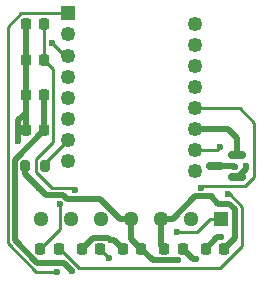
<source format=gbr>
%TF.GenerationSoftware,KiCad,Pcbnew,8.0.7*%
%TF.CreationDate,2025-02-24T15:42:19+09:00*%
%TF.ProjectId,pmw3610_breakout,706d7733-3631-4305-9f62-7265616b6f75,rev?*%
%TF.SameCoordinates,Original*%
%TF.FileFunction,Copper,L2,Bot*%
%TF.FilePolarity,Positive*%
%FSLAX46Y46*%
G04 Gerber Fmt 4.6, Leading zero omitted, Abs format (unit mm)*
G04 Created by KiCad (PCBNEW 8.0.7) date 2025-02-24 15:42:19*
%MOMM*%
%LPD*%
G01*
G04 APERTURE LIST*
G04 Aperture macros list*
%AMRoundRect*
0 Rectangle with rounded corners*
0 $1 Rounding radius*
0 $2 $3 $4 $5 $6 $7 $8 $9 X,Y pos of 4 corners*
0 Add a 4 corners polygon primitive as box body*
4,1,4,$2,$3,$4,$5,$6,$7,$8,$9,$2,$3,0*
0 Add four circle primitives for the rounded corners*
1,1,$1+$1,$2,$3*
1,1,$1+$1,$4,$5*
1,1,$1+$1,$6,$7*
1,1,$1+$1,$8,$9*
0 Add four rect primitives between the rounded corners*
20,1,$1+$1,$2,$3,$4,$5,0*
20,1,$1+$1,$4,$5,$6,$7,0*
20,1,$1+$1,$6,$7,$8,$9,0*
20,1,$1+$1,$8,$9,$2,$3,0*%
G04 Aperture macros list end*
%TA.AperFunction,ComponentPad*%
%ADD10RoundRect,0.187500X-0.437500X0.437500X-0.437500X-0.437500X0.437500X-0.437500X0.437500X0.437500X0*%
%TD*%
%TA.AperFunction,ComponentPad*%
%ADD11O,1.250000X1.250000*%
%TD*%
%TA.AperFunction,ComponentPad*%
%ADD12R,1.300000X1.300000*%
%TD*%
%TA.AperFunction,ComponentPad*%
%ADD13O,1.300000X1.300000*%
%TD*%
%TA.AperFunction,SMDPad,CuDef*%
%ADD14RoundRect,0.225000X0.225000X0.250000X-0.225000X0.250000X-0.225000X-0.250000X0.225000X-0.250000X0*%
%TD*%
%TA.AperFunction,SMDPad,CuDef*%
%ADD15RoundRect,0.150000X0.587500X0.150000X-0.587500X0.150000X-0.587500X-0.150000X0.587500X-0.150000X0*%
%TD*%
%TA.AperFunction,SMDPad,CuDef*%
%ADD16RoundRect,0.200000X0.200000X0.275000X-0.200000X0.275000X-0.200000X-0.275000X0.200000X-0.275000X0*%
%TD*%
%TA.AperFunction,ViaPad*%
%ADD17C,0.600000*%
%TD*%
%TA.AperFunction,Conductor*%
%ADD18C,0.500000*%
%TD*%
%TA.AperFunction,Conductor*%
%ADD19C,0.250000*%
%TD*%
G04 APERTURE END LIST*
D10*
%TO.P,U2,1,+VCSEL*%
%TO.N,Net-(U2-+VCSEL)*%
X130650000Y-81100000D03*
D11*
%TO.P,U2,2,SDIO*%
%TO.N,SDIO*%
X130650000Y-82880000D03*
%TO.P,U2,3,SCLK*%
%TO.N,SCLK*%
X130650000Y-84660000D03*
%TO.P,U2,4,NC*%
%TO.N,unconnected-(U2-NC-Pad4)*%
X130650000Y-86440000D03*
%TO.P,U2,5,NCS*%
%TO.N,NCS*%
X130650000Y-88220000D03*
%TO.P,U2,6,VDDIO*%
%TO.N,VCC*%
X130650000Y-90000000D03*
%TO.P,U2,7,NRESET*%
%TO.N,Net-(U2-NRESET)*%
X130650000Y-91780000D03*
%TO.P,U2,8,MOTION*%
%TO.N,MOTION*%
X130650000Y-93560000D03*
%TO.P,U2,9,VCP*%
%TO.N,Net-(U2-VCP)*%
X141350000Y-94450000D03*
%TO.P,U2,10,PASS_T*%
%TO.N,Net-(U2-+VCSEL)*%
X141350000Y-92670000D03*
%TO.P,U2,11,GND*%
%TO.N,GND*%
X141350000Y-90890000D03*
%TO.P,U2,12,CP*%
%TO.N,Net-(U2-CP)*%
X141350000Y-89110000D03*
%TO.P,U2,13,CN*%
%TO.N,Net-(U2-CN)*%
X141350000Y-87330000D03*
%TO.P,U2,14,VDD*%
%TO.N,+1V9*%
X141350000Y-85550000D03*
%TO.P,U2,15,XYLASER*%
%TO.N,Net-(U2--VCSEL)*%
X141350000Y-83770000D03*
%TO.P,U2,16,-VCSEL*%
X141350000Y-81990000D03*
%TD*%
D12*
%TO.P,J1,1,Pin_1*%
%TO.N,SCLK*%
X143620000Y-98500000D03*
D13*
%TO.P,J1,2,Pin_2*%
%TO.N,NCS*%
X141080000Y-98500000D03*
%TO.P,J1,3,Pin_3*%
%TO.N,GND*%
X138540000Y-98500000D03*
%TO.P,J1,4,Pin_4*%
%TO.N,VCC*%
X136000000Y-98500000D03*
%TO.P,J1,5,Pin_5*%
%TO.N,N/C*%
X133460000Y-98500000D03*
%TO.P,J1,6,Pin_6*%
%TO.N,SDIO*%
X130920000Y-98500000D03*
%TO.P,J1,7,Pin_6*%
%TO.N,MOTION*%
X128380000Y-98500000D03*
%TD*%
D14*
%TO.P,C2,1*%
%TO.N,+1V9*%
X140325000Y-101000000D03*
%TO.P,C2,2*%
%TO.N,GND*%
X138775000Y-101000000D03*
%TD*%
%TO.P,C7,1*%
%TO.N,Net-(U2-VCP)*%
X128600000Y-85000000D03*
%TO.P,C7,2*%
%TO.N,GND*%
X127050000Y-85000000D03*
%TD*%
%TO.P,C5,1*%
%TO.N,Net-(U2-CN)*%
X129825000Y-101000000D03*
%TO.P,C5,2*%
%TO.N,Net-(U2-CP)*%
X128275000Y-101000000D03*
%TD*%
%TO.P,C1,1*%
%TO.N,GND*%
X143825000Y-101000000D03*
%TO.P,C1,2*%
%TO.N,VCC*%
X142275000Y-101000000D03*
%TD*%
%TO.P,C9,1*%
%TO.N,+1V9*%
X128600000Y-91000000D03*
%TO.P,C9,2*%
%TO.N,GND*%
X127050000Y-91000000D03*
%TD*%
D15*
%TO.P,U1,1,GND*%
%TO.N,GND*%
X144937500Y-93050000D03*
%TO.P,U1,2,VO*%
%TO.N,+1V9*%
X144937500Y-94950000D03*
%TO.P,U1,3,VI*%
%TO.N,VCC*%
X143062500Y-94000000D03*
%TD*%
D14*
%TO.P,C8,1*%
%TO.N,+1V9*%
X128600000Y-88000000D03*
%TO.P,C8,2*%
%TO.N,GND*%
X127050000Y-88000000D03*
%TD*%
%TO.P,C6,1*%
%TO.N,Net-(U2-VCP)*%
X128600000Y-82000000D03*
%TO.P,C6,2*%
%TO.N,GND*%
X127050000Y-82000000D03*
%TD*%
%TO.P,C4,1*%
%TO.N,Net-(U2-+VCSEL)*%
X133325000Y-101000000D03*
%TO.P,C4,2*%
%TO.N,GND*%
X131775000Y-101000000D03*
%TD*%
%TO.P,C3,1*%
%TO.N,VCC*%
X136825000Y-101000000D03*
%TO.P,C3,2*%
%TO.N,GND*%
X135275000Y-101000000D03*
%TD*%
D16*
%TO.P,R1,1*%
%TO.N,Net-(U2-NRESET)*%
X128650000Y-94000000D03*
%TO.P,R1,2*%
%TO.N,VCC*%
X127000000Y-94000000D03*
%TD*%
D17*
%TO.N,VCC*%
X139897300Y-102005500D03*
X143571500Y-99996600D03*
X144786300Y-94126600D03*
X128165200Y-95839900D03*
%TO.N,GND*%
X134225700Y-100246100D03*
X126416900Y-91894700D03*
X142725100Y-96595900D03*
%TO.N,+1V9*%
X145681100Y-94000000D03*
X130935400Y-102884900D03*
X141444700Y-101864200D03*
%TO.N,Net-(U2-+VCSEL)*%
X143492800Y-92441900D03*
X134112300Y-101787300D03*
X129686600Y-102965600D03*
%TO.N,Net-(U2-CP)*%
X129928300Y-97201600D03*
X141882400Y-95840600D03*
%TO.N,Net-(U2-CN)*%
X144153500Y-96412300D03*
%TO.N,Net-(U2-VCP)*%
X131224900Y-96031200D03*
%TO.N,SCLK*%
X139884000Y-99625400D03*
X129248700Y-83567000D03*
%TD*%
D18*
%TO.N,VCC*%
X128775200Y-96449900D02*
X128165200Y-95839900D01*
X127000000Y-94674700D02*
X127000000Y-94000000D01*
X144659700Y-94000000D02*
X144786300Y-94126600D01*
X143062500Y-94000000D02*
X144659700Y-94000000D01*
X143571500Y-99996600D02*
X143278400Y-99996600D01*
X130239700Y-96449900D02*
X128775200Y-96449900D01*
X136825000Y-101000000D02*
X136000000Y-100175000D01*
X136825000Y-101000000D02*
X137830500Y-102005500D01*
X130572700Y-96782900D02*
X130239700Y-96449900D01*
X136000000Y-100175000D02*
X136000000Y-98500000D01*
X136000000Y-98500000D02*
X135038300Y-98500000D01*
X137830500Y-102005500D02*
X139897300Y-102005500D01*
X128165200Y-95839900D02*
X127000000Y-94674700D01*
X133321200Y-96782900D02*
X130572700Y-96782900D01*
X143278400Y-99996600D02*
X142275000Y-101000000D01*
X135038300Y-98500000D02*
X133321200Y-96782900D01*
%TO.N,GND*%
X134049000Y-100069400D02*
X132705600Y-100069400D01*
X138540000Y-100765000D02*
X138775000Y-101000000D01*
X141350000Y-90890000D02*
X144150000Y-90890000D01*
X138540000Y-98500000D02*
X138540000Y-100765000D01*
X143825000Y-101000000D02*
X144731900Y-100093100D01*
X138540000Y-98500000D02*
X139501700Y-98500000D01*
X144731900Y-100093100D02*
X144731900Y-97654700D01*
X126416900Y-91894700D02*
X126416900Y-90133100D01*
X126416900Y-90133100D02*
X127050000Y-89500000D01*
X141405800Y-96595900D02*
X142725100Y-96595900D01*
X144731900Y-97654700D02*
X144277400Y-97200200D01*
X144277400Y-97200200D02*
X143329400Y-97200200D01*
X135275000Y-101000000D02*
X134521100Y-100246100D01*
X134225700Y-100246100D02*
X134049000Y-100069400D01*
X127050000Y-88000000D02*
X127050000Y-89500000D01*
X134225700Y-100246100D02*
X134521100Y-100246100D01*
X144937500Y-91677500D02*
X144937500Y-93050000D01*
X144150000Y-90890000D02*
X144937500Y-91677500D01*
X127050000Y-85000000D02*
X127050000Y-88000000D01*
X143329400Y-97200200D02*
X142725100Y-96595900D01*
X127050000Y-89500000D02*
X127050000Y-91000000D01*
X132705600Y-100069400D02*
X131775000Y-101000000D01*
X127050000Y-82000000D02*
X127050000Y-85000000D01*
X139501700Y-98500000D02*
X141405800Y-96595900D01*
%TO.N,+1V9*%
X130264400Y-102213900D02*
X128032400Y-102213900D01*
X145026000Y-94950000D02*
X145681100Y-94294900D01*
X144937500Y-94950000D02*
X145026000Y-94950000D01*
X145681100Y-94294900D02*
X145681100Y-94000000D01*
X126113900Y-93486100D02*
X128600000Y-91000000D01*
X128600000Y-91000000D02*
X128600000Y-88000000D01*
X141189200Y-101864200D02*
X141444700Y-101864200D01*
X130935400Y-102884900D02*
X130264400Y-102213900D01*
X128032400Y-102213900D02*
X126113900Y-100295400D01*
X140325000Y-101000000D02*
X141189200Y-101864200D01*
X126113900Y-100295400D02*
X126113900Y-93486100D01*
D19*
%TO.N,Net-(U2-+VCSEL)*%
X143264700Y-92670000D02*
X143492800Y-92441900D01*
X141350000Y-92670000D02*
X143264700Y-92670000D01*
X125521800Y-82242800D02*
X125521800Y-100560600D01*
X133325000Y-101000000D02*
X134112300Y-101787300D01*
X126664600Y-81100000D02*
X125521800Y-82242800D01*
X125521800Y-100560600D02*
X127926800Y-102965600D01*
X130650000Y-81100000D02*
X126664600Y-81100000D01*
X127926800Y-102965600D02*
X129686600Y-102965600D01*
%TO.N,Net-(U2-CP)*%
X146393300Y-94918400D02*
X145601300Y-95710400D01*
X141350000Y-89110000D02*
X145160000Y-89110000D01*
X145160000Y-89110000D02*
X146393300Y-90343300D01*
X129928300Y-99346700D02*
X129928300Y-97201600D01*
X145601300Y-95710400D02*
X142012600Y-95710400D01*
X142012600Y-95710400D02*
X141882400Y-95840600D01*
X128275000Y-101000000D02*
X129928300Y-99346700D01*
X146393300Y-90343300D02*
X146393300Y-94918400D01*
%TO.N,Net-(U2-CN)*%
X144305200Y-96412300D02*
X144153500Y-96412300D01*
X143509500Y-102649900D02*
X145363600Y-100795800D01*
X131586700Y-102649900D02*
X143509500Y-102649900D01*
X129825000Y-101000000D02*
X129936800Y-101000000D01*
X145363600Y-97470700D02*
X144305200Y-96412300D01*
X129936800Y-101000000D02*
X131586700Y-102649900D01*
X145363600Y-100795800D02*
X145363600Y-97470700D01*
%TO.N,Net-(U2-VCP)*%
X129384900Y-85784900D02*
X128600000Y-85000000D01*
X128600000Y-82000000D02*
X128600000Y-85000000D01*
X131066900Y-95873200D02*
X129300400Y-95873200D01*
X129300400Y-95873200D02*
X127922500Y-94495300D01*
X127922500Y-93425700D02*
X129384900Y-91963300D01*
X131224900Y-96031200D02*
X131066900Y-95873200D01*
X129384900Y-91963300D02*
X129384900Y-85784900D01*
X127922500Y-94495300D02*
X127922500Y-93425700D01*
%TO.N,Net-(U2-NRESET)*%
X128650000Y-93780000D02*
X130650000Y-91780000D01*
X128650000Y-94000000D02*
X128650000Y-93780000D01*
%TO.N,SCLK*%
X130650000Y-84660000D02*
X130341700Y-84660000D01*
X143620000Y-98500000D02*
X142643300Y-98500000D01*
X130341700Y-84660000D02*
X129248700Y-83567000D01*
X141517900Y-99625400D02*
X139884000Y-99625400D01*
X142643300Y-98500000D02*
X141517900Y-99625400D01*
%TD*%
M02*

</source>
